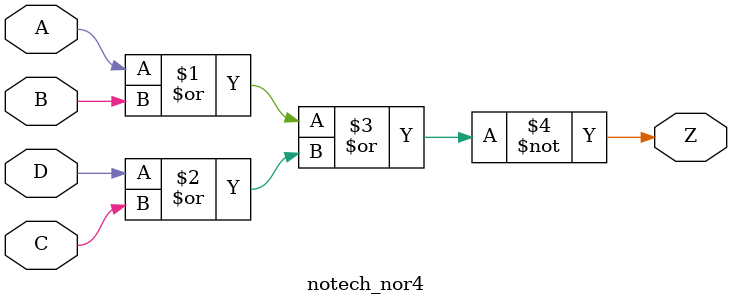
<source format=v>
module notech_nor4 (A,B,C,D,Z);
input A,B,C,D;
output Z;
assign Z=~((A|B)|(D|C));
endmodule

</source>
